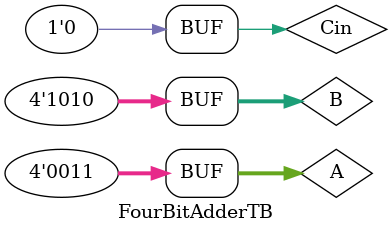
<source format=v>
module FourBitAdderTB;

	reg [3:0] A, B;
	reg [0:0] Cin;
	wire [0:0] Cout;
	wire[3:0] Sum;

	FourBitAdder test1(A,B,Cin,Sum,Cout);

	initial begin
		A = 2; B = 6; Cin = 0; #5;
		A = 6; B = 2; Cin = 0; #5;
		A = 3; B = 1; Cin = 0; #5;
		A = 15; B = 1; Cin = 0; #5;
		A = 3; B = 10; Cin = 0; #5;

	end

	initial begin
		$monitor($time, " A=%d B=%d Cin=%d Sum=%d Cout=%d", A, B, Cin, Sum, Cout);
	end
	
endmodule
</source>
